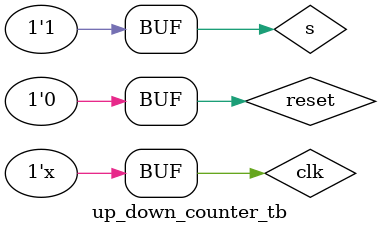
<source format=sv>
`timescale 1ns / 1ps

module up_down_counter_tb();
    reg clk,reset,s;
    wire [3:0] count;
    
up_down_counter dut(clk,reset,s,count);
initial begin
    clk=0;
    reset=1;
    s=0;
end 
always #5 clk = ~clk;

initial begin
    #20 reset=0; s=0;
    #100 s=1;
    #100 s=0;
    #300 s=1;   
end
endmodule

</source>
